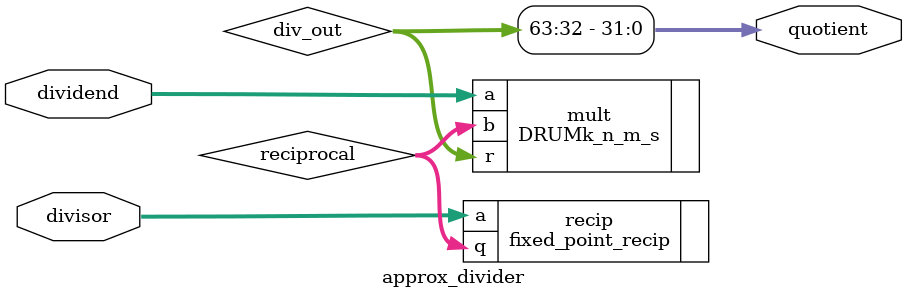
<source format=v>
module approx_divider #(parameter dvnd=32, parameter dvsr=32)(dividend, divisor, quotient);
	input wire [(dvnd-1):0] dividend;
	input wire [(dvsr-1):0] divisor;
	output wire [(dvnd-1):0] quotient;
	
	wire [(2*dvsr-1):0] reciprocal;
	fixed_point_recip #(.WIDTH(32), .FRAC(32)) recip (.a(divisor), .q(reciprocal));
	
	wire [(dvnd+2*dvsr-1):0] div_out;
	DRUMk_n_m_s #(.k(8), .n(64), .m(64)) mult (.a(dividend), .b(reciprocal), .r(div_out));

	assign quotient = div_out[(dvnd+dvsr-1):dvsr];
	
endmodule
</source>
